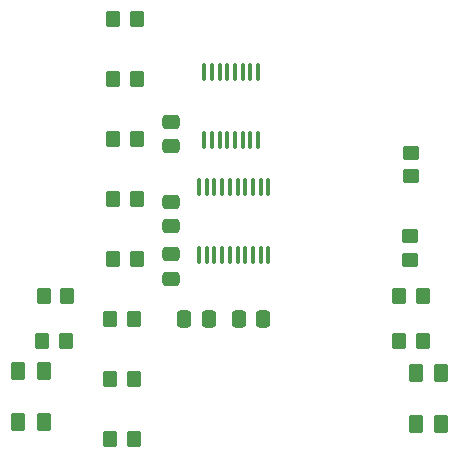
<source format=gbp>
%TF.GenerationSoftware,KiCad,Pcbnew,9.0.3*%
%TF.CreationDate,2025-10-16T19:58:58+02:00*%
%TF.ProjectId,ledkiv3,6c65646b-6976-4332-9e6b-696361645f70,rev?*%
%TF.SameCoordinates,Original*%
%TF.FileFunction,Paste,Bot*%
%TF.FilePolarity,Positive*%
%FSLAX46Y46*%
G04 Gerber Fmt 4.6, Leading zero omitted, Abs format (unit mm)*
G04 Created by KiCad (PCBNEW 9.0.3) date 2025-10-16 19:58:58*
%MOMM*%
%LPD*%
G01*
G04 APERTURE LIST*
G04 Aperture macros list*
%AMRoundRect*
0 Rectangle with rounded corners*
0 $1 Rounding radius*
0 $2 $3 $4 $5 $6 $7 $8 $9 X,Y pos of 4 corners*
0 Add a 4 corners polygon primitive as box body*
4,1,4,$2,$3,$4,$5,$6,$7,$8,$9,$2,$3,0*
0 Add four circle primitives for the rounded corners*
1,1,$1+$1,$2,$3*
1,1,$1+$1,$4,$5*
1,1,$1+$1,$6,$7*
1,1,$1+$1,$8,$9*
0 Add four rect primitives between the rounded corners*
20,1,$1+$1,$2,$3,$4,$5,0*
20,1,$1+$1,$4,$5,$6,$7,0*
20,1,$1+$1,$6,$7,$8,$9,0*
20,1,$1+$1,$8,$9,$2,$3,0*%
G04 Aperture macros list end*
%ADD10RoundRect,0.250000X0.475000X-0.337500X0.475000X0.337500X-0.475000X0.337500X-0.475000X-0.337500X0*%
%ADD11RoundRect,0.250000X-0.350000X-0.450000X0.350000X-0.450000X0.350000X0.450000X-0.350000X0.450000X0*%
%ADD12RoundRect,0.250000X-0.450000X0.350000X-0.450000X-0.350000X0.450000X-0.350000X0.450000X0.350000X0*%
%ADD13RoundRect,0.250000X-0.337500X-0.475000X0.337500X-0.475000X0.337500X0.475000X-0.337500X0.475000X0*%
%ADD14RoundRect,0.250000X0.350000X0.450000X-0.350000X0.450000X-0.350000X-0.450000X0.350000X-0.450000X0*%
%ADD15RoundRect,0.100000X0.100000X-0.637500X0.100000X0.637500X-0.100000X0.637500X-0.100000X-0.637500X0*%
%ADD16RoundRect,0.180000X0.420000X0.570000X-0.420000X0.570000X-0.420000X-0.570000X0.420000X-0.570000X0*%
%ADD17RoundRect,0.250000X0.337500X0.475000X-0.337500X0.475000X-0.337500X-0.475000X0.337500X-0.475000X0*%
%ADD18RoundRect,0.250000X0.450000X-0.350000X0.450000X0.350000X-0.450000X0.350000X-0.450000X-0.350000X0*%
%ADD19RoundRect,0.250000X-0.475000X0.337500X-0.475000X-0.337500X0.475000X-0.337500X0.475000X0.337500X0*%
G04 APERTURE END LIST*
D10*
%TO.C,C3*%
X45076000Y-76478500D03*
X45076000Y-78553500D03*
%TD*%
D11*
%TO.C,R3*%
X41901000Y-86406000D03*
X39901000Y-86406000D03*
%TD*%
D12*
%TO.C,R12*%
X65396000Y-72341000D03*
X65396000Y-74341000D03*
%TD*%
D11*
%TO.C,R9*%
X34186000Y-88311000D03*
X36186000Y-88311000D03*
%TD*%
D10*
%TO.C,C4*%
X45076000Y-80923500D03*
X45076000Y-82998500D03*
%TD*%
D11*
%TO.C,R1*%
X39901000Y-96566000D03*
X41901000Y-96566000D03*
%TD*%
D13*
%TO.C,C5*%
X50791000Y-86406000D03*
X52866000Y-86406000D03*
%TD*%
D14*
%TO.C,R10*%
X36281000Y-84501000D03*
X34281000Y-84501000D03*
%TD*%
D15*
%TO.C,U1*%
X53304400Y-81005800D03*
X52654400Y-81005800D03*
X52004400Y-81005800D03*
X51354400Y-81005800D03*
X50704400Y-81005800D03*
X50054400Y-81005800D03*
X49404400Y-81005800D03*
X48754400Y-81005800D03*
X48104400Y-81005800D03*
X47454400Y-81005800D03*
X47454400Y-75280800D03*
X48104400Y-75280800D03*
X48754400Y-75280800D03*
X49404400Y-75280800D03*
X50054400Y-75280800D03*
X50704400Y-75280800D03*
X51354400Y-75280800D03*
X52004400Y-75280800D03*
X52654400Y-75280800D03*
X53304400Y-75280800D03*
%TD*%
D16*
%TO.C,SW2*%
X65776000Y-90996000D03*
X65786000Y-95296000D03*
X67936000Y-90996000D03*
X67936000Y-95296000D03*
%TD*%
%TO.C,SW1*%
X32121000Y-90851000D03*
X32131000Y-95151000D03*
X34281000Y-90851000D03*
X34281000Y-95151000D03*
%TD*%
D11*
%TO.C,R8*%
X40171000Y-61006000D03*
X42171000Y-61006000D03*
%TD*%
D17*
%TO.C,C2*%
X48251000Y-86406000D03*
X46176000Y-86406000D03*
%TD*%
D11*
%TO.C,R6*%
X40171000Y-71166000D03*
X42171000Y-71166000D03*
%TD*%
D18*
%TO.C,R11*%
X65345200Y-81421000D03*
X65345200Y-79421000D03*
%TD*%
D11*
%TO.C,R7*%
X40171000Y-66086000D03*
X42171000Y-66086000D03*
%TD*%
D15*
%TO.C,U2*%
X52431000Y-71234500D03*
X51781000Y-71234500D03*
X51131000Y-71234500D03*
X50481000Y-71234500D03*
X49831000Y-71234500D03*
X49181000Y-71234500D03*
X48531000Y-71234500D03*
X47881000Y-71234500D03*
X47881000Y-65509500D03*
X48531000Y-65509500D03*
X49181000Y-65509500D03*
X49831000Y-65509500D03*
X50481000Y-65509500D03*
X51131000Y-65509500D03*
X51781000Y-65509500D03*
X52431000Y-65509500D03*
%TD*%
D11*
%TO.C,R5*%
X40171000Y-76246000D03*
X42171000Y-76246000D03*
%TD*%
%TO.C,R4*%
X40171000Y-81326000D03*
X42171000Y-81326000D03*
%TD*%
D19*
%TO.C,C1*%
X45076000Y-69726000D03*
X45076000Y-71801000D03*
%TD*%
D14*
%TO.C,R14*%
X66396000Y-88311000D03*
X64396000Y-88311000D03*
%TD*%
D11*
%TO.C,R13*%
X64396000Y-84501000D03*
X66396000Y-84501000D03*
%TD*%
%TO.C,R2*%
X39901000Y-91486000D03*
X41901000Y-91486000D03*
%TD*%
M02*

</source>
